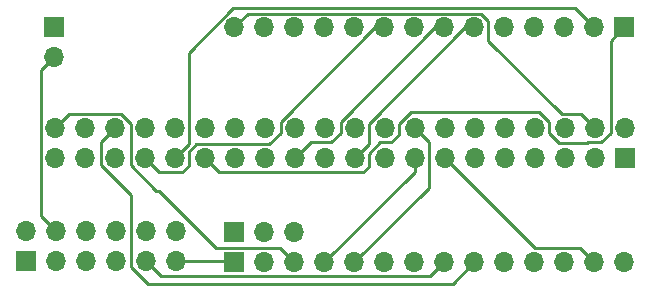
<source format=gbr>
%TF.GenerationSoftware,KiCad,Pcbnew,5.1.8-1.fc33*%
%TF.CreationDate,2020-11-22T16:24:39-05:00*%
%TF.ProjectId,c1kshim,63316b73-6869-46d2-9e6b-696361645f70,rev?*%
%TF.SameCoordinates,Original*%
%TF.FileFunction,Copper,L2,Bot*%
%TF.FilePolarity,Positive*%
%FSLAX46Y46*%
G04 Gerber Fmt 4.6, Leading zero omitted, Abs format (unit mm)*
G04 Created by KiCad (PCBNEW 5.1.8-1.fc33) date 2020-11-22 16:24:39*
%MOMM*%
%LPD*%
G01*
G04 APERTURE LIST*
%TA.AperFunction,ComponentPad*%
%ADD10R,1.700000X1.700000*%
%TD*%
%TA.AperFunction,ComponentPad*%
%ADD11O,1.700000X1.700000*%
%TD*%
%TA.AperFunction,Conductor*%
%ADD12C,0.250000*%
%TD*%
G04 APERTURE END LIST*
D10*
%TO.P,J1,1*%
%TO.N,/GPIO0*%
X107400000Y-147360000D03*
D11*
%TO.P,J1,2*%
%TO.N,/XLED0*%
X109940000Y-147360000D03*
%TO.P,J1,3*%
%TO.N,/XLED1*%
X112480000Y-147360000D03*
%TO.P,J1,4*%
%TO.N,/XLED2*%
X115020000Y-147360000D03*
%TO.P,J1,5*%
%TO.N,/XLED3*%
X117560000Y-147360000D03*
%TO.P,J1,6*%
%TO.N,/XLED4*%
X120100000Y-147360000D03*
%TO.P,J1,7*%
%TO.N,/XLED5*%
X122640000Y-147360000D03*
%TO.P,J1,8*%
%TO.N,/GPIO8*%
X125180000Y-147360000D03*
%TO.P,J1,9*%
%TO.N,/ROW0*%
X127720000Y-147360000D03*
%TO.P,J1,10*%
%TO.N,/ROW1*%
X130260000Y-147360000D03*
%TO.P,J1,11*%
%TO.N,/ROW2*%
X132800000Y-147360000D03*
%TO.P,J1,12*%
%TO.N,/COL0*%
X135340000Y-147360000D03*
%TO.P,J1,13*%
%TO.N,/COL1*%
X137880000Y-147360000D03*
%TO.P,J1,14*%
%TO.N,/COL2*%
X140420000Y-147360000D03*
%TD*%
%TO.P,J2,14*%
%TO.N,/VCC5*%
X107400000Y-127480000D03*
%TO.P,J2,13*%
%TO.N,/VIN*%
X109940000Y-127480000D03*
%TO.P,J2,12*%
%TO.N,/VCC33*%
X112480000Y-127480000D03*
%TO.P,J2,11*%
%TO.N,/GND*%
X115020000Y-127480000D03*
%TO.P,J2,10*%
%TO.N,N/C*%
X117560000Y-127480000D03*
%TO.P,J2,9*%
%TO.N,/COL11*%
X120100000Y-127480000D03*
%TO.P,J2,8*%
%TO.N,/COL10*%
X122640000Y-127480000D03*
%TO.P,J2,7*%
%TO.N,/COL9*%
X125180000Y-127480000D03*
%TO.P,J2,6*%
%TO.N,/COL8*%
X127720000Y-127480000D03*
%TO.P,J2,5*%
%TO.N,/COL7*%
X130260000Y-127480000D03*
%TO.P,J2,4*%
%TO.N,/COL6*%
X132800000Y-127480000D03*
%TO.P,J2,3*%
%TO.N,/COL5*%
X135340000Y-127480000D03*
%TO.P,J2,2*%
%TO.N,/COL4*%
X137880000Y-127480000D03*
D10*
%TO.P,J2,1*%
%TO.N,/COL3*%
X140420000Y-127480000D03*
%TD*%
%TO.P,J3,1*%
%TO.N,/GPIO23*%
X107400000Y-144790000D03*
D11*
%TO.P,J3,2*%
%TO.N,/GND*%
X109940000Y-144790000D03*
%TO.P,J3,3*%
%TO.N,/GPIO24*%
X112480000Y-144790000D03*
%TD*%
D10*
%TO.P,J4,1*%
%TO.N,/VIN*%
X92100000Y-127430000D03*
D11*
%TO.P,J4,2*%
%TO.N,/GND*%
X92100000Y-129970000D03*
%TD*%
D10*
%TO.P,J11,1*%
%TO.N,N/C*%
X140445000Y-138560000D03*
D11*
%TO.P,J11,2*%
%TO.N,/VCC5*%
X140445000Y-136020000D03*
%TO.P,J11,3*%
%TO.N,N/C*%
X137905000Y-138560000D03*
%TO.P,J11,4*%
%TO.N,/VCC5*%
X137905000Y-136020000D03*
%TO.P,J11,5*%
%TO.N,N/C*%
X135365000Y-138560000D03*
%TO.P,J11,6*%
%TO.N,/GND*%
X135365000Y-136020000D03*
%TO.P,J11,7*%
%TO.N,/COL2*%
X132825000Y-138560000D03*
%TO.P,J11,8*%
%TO.N,N/C*%
X132825000Y-136020000D03*
%TO.P,J11,9*%
X130285000Y-138560000D03*
%TO.P,J11,10*%
X130285000Y-136020000D03*
%TO.P,J11,11*%
%TO.N,/ROW1*%
X127745000Y-138560000D03*
%TO.P,J11,12*%
%TO.N,/ROW2*%
X127745000Y-136020000D03*
%TO.P,J11,13*%
%TO.N,/COL1*%
X125205000Y-138560000D03*
%TO.P,J11,14*%
%TO.N,N/C*%
X125205000Y-136020000D03*
%TO.P,J11,15*%
%TO.N,/XLED2*%
X122665000Y-138560000D03*
%TO.P,J11,16*%
%TO.N,/XLED3*%
X122665000Y-136020000D03*
%TO.P,J11,17*%
%TO.N,N/C*%
X120125000Y-138560000D03*
%TO.P,J11,18*%
%TO.N,/XLED4*%
X120125000Y-136020000D03*
%TO.P,J11,19*%
%TO.N,/COL8*%
X117585000Y-138560000D03*
%TO.P,J11,20*%
%TO.N,N/C*%
X117585000Y-136020000D03*
%TO.P,J11,21*%
%TO.N,/COL7*%
X115045000Y-138560000D03*
%TO.P,J11,22*%
%TO.N,/XLED5*%
X115045000Y-136020000D03*
%TO.P,J11,23*%
%TO.N,/COL9*%
X112505000Y-138560000D03*
%TO.P,J11,24*%
%TO.N,/COL6*%
X112505000Y-136020000D03*
%TO.P,J11,25*%
%TO.N,N/C*%
X109965000Y-138560000D03*
%TO.P,J11,26*%
%TO.N,/COL5*%
X109965000Y-136020000D03*
%TO.P,J11,27*%
%TO.N,N/C*%
X107425000Y-138560000D03*
%TO.P,J11,28*%
X107425000Y-136020000D03*
%TO.P,J11,29*%
%TO.N,/COL3*%
X104885000Y-138560000D03*
%TO.P,J11,30*%
%TO.N,N/C*%
X104885000Y-136020000D03*
%TO.P,J11,31*%
%TO.N,/COL4*%
X102345000Y-138560000D03*
%TO.P,J11,32*%
%TO.N,/COL10*%
X102345000Y-136020000D03*
%TO.P,J11,33*%
%TO.N,/COL11*%
X99805000Y-138560000D03*
%TO.P,J11,34*%
%TO.N,N/C*%
X99805000Y-136020000D03*
%TO.P,J11,35*%
X97265000Y-138560000D03*
%TO.P,J11,36*%
%TO.N,/ROW0*%
X97265000Y-136020000D03*
%TO.P,J11,37*%
%TO.N,/COL0*%
X94725000Y-138560000D03*
%TO.P,J11,38*%
%TO.N,/XLED0*%
X94725000Y-136020000D03*
%TO.P,J11,39*%
%TO.N,N/C*%
X92185000Y-138560000D03*
%TO.P,J11,40*%
%TO.N,/XLED1*%
X92185000Y-136020000D03*
%TD*%
D10*
%TO.P,J12,1*%
%TO.N,/VCC33*%
X89720000Y-147250000D03*
D11*
%TO.P,J12,2*%
X89720000Y-144710000D03*
%TO.P,J12,3*%
%TO.N,/GND*%
X92260000Y-147250000D03*
%TO.P,J12,4*%
X92260000Y-144710000D03*
%TO.P,J12,5*%
%TO.N,/GPIO24*%
X94800000Y-147250000D03*
%TO.P,J12,6*%
X94800000Y-144710000D03*
%TO.P,J12,7*%
%TO.N,/GPIO23*%
X97340000Y-147250000D03*
%TO.P,J12,8*%
X97340000Y-144710000D03*
%TO.P,J12,9*%
%TO.N,/GPIO8*%
X99880000Y-147250000D03*
%TO.P,J12,10*%
X99880000Y-144710000D03*
%TO.P,J12,11*%
%TO.N,/GPIO0*%
X102420000Y-147250000D03*
%TO.P,J12,12*%
X102420000Y-144710000D03*
%TD*%
D12*
%TO.N,/GPIO0*%
X107290000Y-147250000D02*
X107400000Y-147360000D01*
X102420000Y-147250000D02*
X107290000Y-147250000D01*
%TO.N,/XLED1*%
X93360001Y-134844999D02*
X92185000Y-136020000D01*
X97829001Y-134844999D02*
X93360001Y-134844999D01*
X98629999Y-135645997D02*
X97829001Y-134844999D01*
X98629999Y-139124001D02*
X98629999Y-135645997D01*
X100795999Y-141290001D02*
X98629999Y-139124001D01*
X100980001Y-141290001D02*
X100795999Y-141290001D01*
X105874999Y-146184999D02*
X100980001Y-141290001D01*
X111304999Y-146184999D02*
X105874999Y-146184999D01*
X112480000Y-147360000D02*
X111304999Y-146184999D01*
%TO.N,/XLED2*%
X122665000Y-139715000D02*
X122665000Y-138560000D01*
X115020000Y-147360000D02*
X122665000Y-139715000D01*
%TO.N,/XLED3*%
X123840001Y-141079999D02*
X123840001Y-137195001D01*
X123840001Y-137195001D02*
X122665000Y-136020000D01*
X117560000Y-147360000D02*
X123840001Y-141079999D01*
%TO.N,/GPIO8*%
X101165001Y-148535001D02*
X99880000Y-147250000D01*
X124004999Y-148535001D02*
X101165001Y-148535001D01*
X125180000Y-147360000D02*
X124004999Y-148535001D01*
%TO.N,/ROW0*%
X98629999Y-141664001D02*
X98629999Y-147739001D01*
X96089999Y-139124001D02*
X98629999Y-141664001D01*
X97265000Y-136020000D02*
X96089999Y-137195001D01*
X96089999Y-137195001D02*
X96089999Y-139124001D01*
X125920000Y-149160000D02*
X127720000Y-147360000D01*
X98629999Y-147739001D02*
X100050998Y-149160000D01*
X100050998Y-149160000D02*
X125920000Y-149160000D01*
%TO.N,/COL1*%
X132829999Y-146184999D02*
X125205000Y-138560000D01*
X136704999Y-146184999D02*
X132829999Y-146184999D01*
X137880000Y-147360000D02*
X136704999Y-146184999D01*
%TO.N,/VCC5*%
X136729999Y-134844999D02*
X135099999Y-134844999D01*
X137905000Y-136020000D02*
X136729999Y-134844999D01*
X108575001Y-126304999D02*
X107400000Y-127480000D01*
X128284001Y-126304999D02*
X108575001Y-126304999D01*
X128895001Y-126915999D02*
X128284001Y-126304999D01*
X128895001Y-128640001D02*
X128895001Y-126915999D01*
X135099999Y-134844999D02*
X128895001Y-128640001D01*
%TO.N,/GND*%
X91009999Y-143459999D02*
X92260000Y-144710000D01*
X91009999Y-131060001D02*
X91009999Y-143459999D01*
X92100000Y-129970000D02*
X91009999Y-131060001D01*
%TO.N,/COL11*%
X100980001Y-139735001D02*
X103004999Y-139735001D01*
X99805000Y-138560000D02*
X100980001Y-139735001D01*
X103520001Y-139219999D02*
X103520001Y-138054999D01*
X103004999Y-139735001D02*
X103520001Y-139219999D01*
X111329999Y-135455999D02*
X119305998Y-127480000D01*
X111329999Y-136394003D02*
X111329999Y-135455999D01*
X110339003Y-137384999D02*
X111329999Y-136394003D01*
X104190001Y-137384999D02*
X110339003Y-137384999D01*
X119305998Y-127480000D02*
X120100000Y-127480000D01*
X103520001Y-138054999D02*
X104190001Y-137384999D01*
%TO.N,/COL9*%
X124385998Y-127480000D02*
X125180000Y-127480000D01*
X116409999Y-136394003D02*
X116409999Y-135455999D01*
X115609001Y-137195001D02*
X116409999Y-136394003D01*
X113869999Y-137195001D02*
X115609001Y-137195001D01*
X116409999Y-135455999D02*
X124385998Y-127480000D01*
X112505000Y-138560000D02*
X113869999Y-137195001D01*
%TO.N,/COL8*%
X126925998Y-127480000D02*
X127720000Y-127480000D01*
X118760001Y-135645997D02*
X126925998Y-127480000D01*
X118760001Y-137384999D02*
X118760001Y-135645997D01*
X117585000Y-138560000D02*
X118760001Y-137384999D01*
%TO.N,/COL4*%
X137880000Y-127480000D02*
X136225000Y-125825000D01*
X103520001Y-137384999D02*
X102345000Y-138560000D01*
X103520001Y-129620997D02*
X103520001Y-137384999D01*
X107315998Y-125825000D02*
X103520001Y-129620997D01*
X136225000Y-125825000D02*
X107315998Y-125825000D01*
%TO.N,/COL3*%
X138469001Y-137195001D02*
X137330001Y-137195001D01*
X139269999Y-136394003D02*
X138469001Y-137195001D01*
X139269999Y-128630001D02*
X139269999Y-136394003D01*
X140420000Y-127480000D02*
X139269999Y-128630001D01*
X137330001Y-137195001D02*
X137240002Y-137285000D01*
X134000001Y-136394003D02*
X134000001Y-135455999D01*
X134000001Y-135455999D02*
X133174002Y-134630000D01*
X134890998Y-137285000D02*
X134000001Y-136394003D01*
X137240002Y-137285000D02*
X134890998Y-137285000D01*
X118760001Y-138185997D02*
X118760001Y-139264999D01*
X119750997Y-137195001D02*
X118760001Y-138185997D01*
X120689001Y-137195001D02*
X119750997Y-137195001D01*
X121300001Y-136584001D02*
X120689001Y-137195001D01*
X122315998Y-134630000D02*
X121300001Y-135645997D01*
X121300001Y-135645997D02*
X121300001Y-136584001D01*
X133174002Y-134630000D02*
X122315998Y-134630000D01*
X106060001Y-139735001D02*
X104885000Y-138560000D01*
X118289999Y-139735001D02*
X106060001Y-139735001D01*
X118760001Y-139264999D02*
X118289999Y-139735001D01*
%TD*%
M02*

</source>
